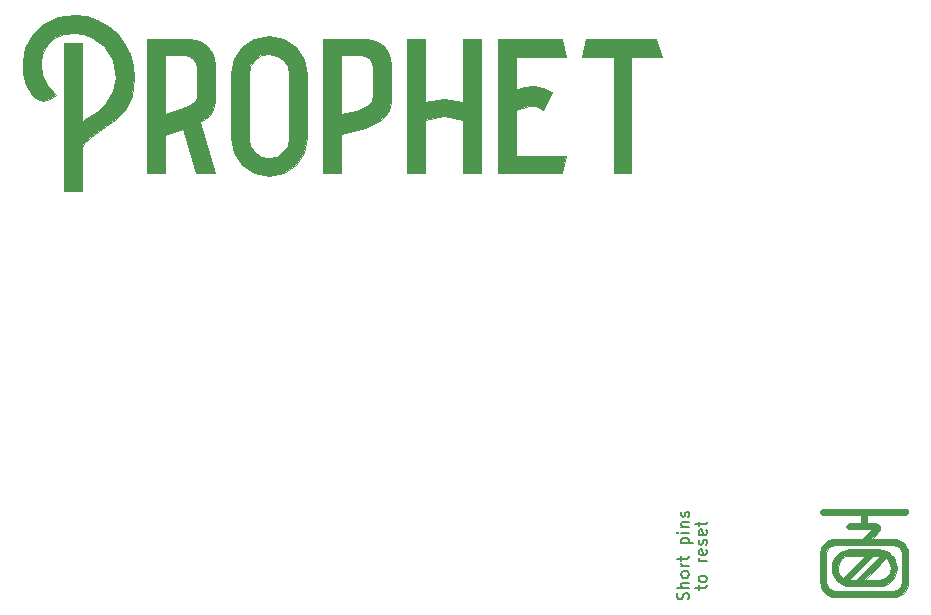
<source format=gbr>
G04 #@! TF.GenerationSoftware,KiCad,Pcbnew,(5.1.5)-3*
G04 #@! TF.CreationDate,2020-05-05T12:01:42+01:00*
G04 #@! TF.ProjectId,prophet,70726f70-6865-4742-9e6b-696361645f70,rev?*
G04 #@! TF.SameCoordinates,Original*
G04 #@! TF.FileFunction,Legend,Top*
G04 #@! TF.FilePolarity,Positive*
%FSLAX46Y46*%
G04 Gerber Fmt 4.6, Leading zero omitted, Abs format (unit mm)*
G04 Created by KiCad (PCBNEW (5.1.5)-3) date 2020-05-05 12:01:42*
%MOMM*%
%LPD*%
G04 APERTURE LIST*
%ADD10C,0.100000*%
%ADD11C,0.070004*%
%ADD12C,0.150000*%
G04 APERTURE END LIST*
D10*
G36*
X262576072Y-177119440D02*
G01*
X257612647Y-177639641D01*
X262576072Y-177639641D01*
X262856203Y-177696227D01*
X263085245Y-177850627D01*
X263240129Y-178079793D01*
X263297787Y-178360679D01*
X263297787Y-180797062D01*
X263240208Y-181078434D01*
X263085448Y-181308284D01*
X262856429Y-181463605D01*
X262576072Y-181521392D01*
X257612647Y-181521392D01*
X257332776Y-181463526D01*
X257104437Y-181308080D01*
X256950595Y-181078208D01*
X256894213Y-180797062D01*
X256894213Y-178360679D01*
X256951534Y-178080588D01*
X257105591Y-177851785D01*
X257333568Y-177697169D01*
X257612647Y-177639641D01*
X262576072Y-177119440D01*
X260732421Y-177119440D01*
X261336036Y-176497174D01*
X261442236Y-176288790D01*
X261418049Y-176055991D01*
X261269675Y-175876615D01*
X261047351Y-175809061D01*
X260355161Y-175809061D01*
X260355161Y-175094608D01*
X263556948Y-175094608D01*
X263686528Y-175059761D01*
X263781388Y-174964557D01*
X263816109Y-174834507D01*
X263781388Y-174704457D01*
X263686528Y-174609254D01*
X263556948Y-174574407D01*
X256635052Y-174574407D01*
X256451798Y-174650588D01*
X256375891Y-174834507D01*
X256451798Y-175018426D01*
X256635052Y-175094608D01*
X259836839Y-175094608D01*
X259836839Y-175809061D01*
X258826439Y-175809061D01*
X258696859Y-175843908D01*
X258601999Y-175939111D01*
X258567278Y-176069161D01*
X258601999Y-176199211D01*
X258696859Y-176294415D01*
X258826439Y-176329262D01*
X260775068Y-176329262D01*
X260007426Y-177119440D01*
X257612647Y-177119440D01*
X257363398Y-177144658D01*
X257131246Y-177216983D01*
X256738129Y-177482990D01*
X256473082Y-177877533D01*
X256401018Y-178110526D01*
X256375891Y-178360679D01*
X256375891Y-180797062D01*
X256400995Y-181047436D01*
X256473006Y-181280693D01*
X256737929Y-181675917D01*
X257131022Y-181942846D01*
X257363245Y-182015735D01*
X257612647Y-182041593D01*
X262576072Y-182041593D01*
X262825694Y-182015758D01*
X263058182Y-181942922D01*
X263451954Y-181676118D01*
X263717795Y-181280918D01*
X263790367Y-181047588D01*
X263816109Y-180797062D01*
X263816109Y-178360679D01*
X263790344Y-178110373D01*
X263717718Y-177877308D01*
X263451753Y-177482790D01*
X263057956Y-177216907D01*
X262825542Y-177144635D01*
X262576072Y-177119440D01*
G37*
X262576072Y-177119440D02*
X257612647Y-177639641D01*
X262576072Y-177639641D01*
X262856203Y-177696227D01*
X263085245Y-177850627D01*
X263240129Y-178079793D01*
X263297787Y-178360679D01*
X263297787Y-180797062D01*
X263240208Y-181078434D01*
X263085448Y-181308284D01*
X262856429Y-181463605D01*
X262576072Y-181521392D01*
X257612647Y-181521392D01*
X257332776Y-181463526D01*
X257104437Y-181308080D01*
X256950595Y-181078208D01*
X256894213Y-180797062D01*
X256894213Y-178360679D01*
X256951534Y-178080588D01*
X257105591Y-177851785D01*
X257333568Y-177697169D01*
X257612647Y-177639641D01*
X262576072Y-177119440D01*
X260732421Y-177119440D01*
X261336036Y-176497174D01*
X261442236Y-176288790D01*
X261418049Y-176055991D01*
X261269675Y-175876615D01*
X261047351Y-175809061D01*
X260355161Y-175809061D01*
X260355161Y-175094608D01*
X263556948Y-175094608D01*
X263686528Y-175059761D01*
X263781388Y-174964557D01*
X263816109Y-174834507D01*
X263781388Y-174704457D01*
X263686528Y-174609254D01*
X263556948Y-174574407D01*
X256635052Y-174574407D01*
X256451798Y-174650588D01*
X256375891Y-174834507D01*
X256451798Y-175018426D01*
X256635052Y-175094608D01*
X259836839Y-175094608D01*
X259836839Y-175809061D01*
X258826439Y-175809061D01*
X258696859Y-175843908D01*
X258601999Y-175939111D01*
X258567278Y-176069161D01*
X258601999Y-176199211D01*
X258696859Y-176294415D01*
X258826439Y-176329262D01*
X260775068Y-176329262D01*
X260007426Y-177119440D01*
X257612647Y-177119440D01*
X257363398Y-177144658D01*
X257131246Y-177216983D01*
X256738129Y-177482990D01*
X256473082Y-177877533D01*
X256401018Y-178110526D01*
X256375891Y-178360679D01*
X256375891Y-180797062D01*
X256400995Y-181047436D01*
X256473006Y-181280693D01*
X256737929Y-181675917D01*
X257131022Y-181942846D01*
X257363245Y-182015735D01*
X257612647Y-182041593D01*
X262576072Y-182041593D01*
X262825694Y-182015758D01*
X263058182Y-181942922D01*
X263451954Y-181676118D01*
X263717795Y-181280918D01*
X263790367Y-181047588D01*
X263816109Y-180797062D01*
X263816109Y-178360679D01*
X263790344Y-178110373D01*
X263717718Y-177877308D01*
X263451753Y-177482790D01*
X263057956Y-177216907D01*
X262825542Y-177144635D01*
X262576072Y-177119440D01*
G36*
X261316353Y-178018268D02*
G01*
X258479316Y-178621892D01*
X258875647Y-178541761D01*
X260135366Y-178541761D01*
X258298276Y-180438189D01*
X258112909Y-180274058D01*
X257973959Y-180073071D01*
X257886450Y-179844752D01*
X257855405Y-179598625D01*
X257855405Y-179562408D01*
X257936524Y-179164901D01*
X258155385Y-178840501D01*
X258479316Y-178621892D01*
X261316353Y-178018268D01*
X258839561Y-180615980D01*
X260853800Y-178541761D01*
X261309792Y-178541761D01*
X261434452Y-178541761D01*
X259436616Y-180619272D01*
X258846122Y-180619272D01*
X258839562Y-180615980D01*
X258839561Y-180615980D01*
X261316353Y-178018268D01*
X261952775Y-178772230D01*
X262113024Y-178933490D01*
X262232310Y-179124018D01*
X262306963Y-179336197D01*
X262333315Y-179562408D01*
X262326755Y-179598625D01*
X262326754Y-179598625D01*
X262249342Y-179989210D01*
X262028893Y-180320332D01*
X261698967Y-180541580D01*
X261309793Y-180619272D01*
X260161611Y-180619272D01*
X261952775Y-178772230D01*
X261316353Y-178018268D01*
X258875647Y-178018268D01*
X258565862Y-178050190D01*
X258277338Y-178140484D01*
X258016226Y-178282977D01*
X257788676Y-178471497D01*
X257600836Y-178699872D01*
X257458858Y-178961931D01*
X257368890Y-179251500D01*
X257337083Y-179562408D01*
X257337083Y-179598625D01*
X257368913Y-179909313D01*
X257458934Y-180198617D01*
X257600978Y-180460362D01*
X257788876Y-180688369D01*
X258016461Y-180876461D01*
X258277563Y-181018461D01*
X258566014Y-181108191D01*
X258875647Y-181139472D01*
X261316353Y-181139472D01*
X261625477Y-181107618D01*
X261913385Y-181017516D01*
X262173939Y-180875327D01*
X262401005Y-180687208D01*
X262588444Y-180459320D01*
X262730119Y-180197821D01*
X262819896Y-179908870D01*
X262851636Y-179598625D01*
X262851636Y-179562408D01*
X262820467Y-179251653D01*
X262731061Y-178962156D01*
X262589574Y-178700108D01*
X262402162Y-178471699D01*
X262174978Y-178283119D01*
X261914179Y-178140561D01*
X261625919Y-178050213D01*
X261316353Y-178018268D01*
G37*
X261316353Y-178018268D02*
X258479316Y-178621892D01*
X258875647Y-178541761D01*
X260135366Y-178541761D01*
X258298276Y-180438189D01*
X258112909Y-180274058D01*
X257973959Y-180073071D01*
X257886450Y-179844752D01*
X257855405Y-179598625D01*
X257855405Y-179562408D01*
X257936524Y-179164901D01*
X258155385Y-178840501D01*
X258479316Y-178621892D01*
X261316353Y-178018268D01*
X258839561Y-180615980D01*
X260853800Y-178541761D01*
X261309792Y-178541761D01*
X261434452Y-178541761D01*
X259436616Y-180619272D01*
X258846122Y-180619272D01*
X258839562Y-180615980D01*
X258839561Y-180615980D01*
X261316353Y-178018268D01*
X261952775Y-178772230D01*
X262113024Y-178933490D01*
X262232310Y-179124018D01*
X262306963Y-179336197D01*
X262333315Y-179562408D01*
X262326755Y-179598625D01*
X262326754Y-179598625D01*
X262249342Y-179989210D01*
X262028893Y-180320332D01*
X261698967Y-180541580D01*
X261309793Y-180619272D01*
X260161611Y-180619272D01*
X261952775Y-178772230D01*
X261316353Y-178018268D01*
X258875647Y-178018268D01*
X258565862Y-178050190D01*
X258277338Y-178140484D01*
X258016226Y-178282977D01*
X257788676Y-178471497D01*
X257600836Y-178699872D01*
X257458858Y-178961931D01*
X257368890Y-179251500D01*
X257337083Y-179562408D01*
X257337083Y-179598625D01*
X257368913Y-179909313D01*
X257458934Y-180198617D01*
X257600978Y-180460362D01*
X257788876Y-180688369D01*
X258016461Y-180876461D01*
X258277563Y-181018461D01*
X258566014Y-181108191D01*
X258875647Y-181139472D01*
X261316353Y-181139472D01*
X261625477Y-181107618D01*
X261913385Y-181017516D01*
X262173939Y-180875327D01*
X262401005Y-180687208D01*
X262588444Y-180459320D01*
X262730119Y-180197821D01*
X262819896Y-179908870D01*
X262851636Y-179598625D01*
X262851636Y-179562408D01*
X262820467Y-179251653D01*
X262731061Y-178962156D01*
X262589574Y-178700108D01*
X262402162Y-178471699D01*
X262174978Y-178283119D01*
X261914179Y-178140561D01*
X261625919Y-178050213D01*
X261316353Y-178018268D01*
D11*
G36*
X242959092Y-136345775D02*
G01*
X240390869Y-136345775D01*
X240390869Y-146184045D01*
X238889447Y-146184045D01*
X238889447Y-136345775D01*
X236242202Y-136345775D01*
X236578047Y-134824595D01*
X242504714Y-134824595D01*
X242959092Y-136345775D01*
G37*
X242959092Y-136345775D02*
X240390869Y-136345775D01*
X240390869Y-146184045D01*
X238889447Y-146184045D01*
X238889447Y-136345775D01*
X236242202Y-136345775D01*
X236578047Y-134824595D01*
X242504714Y-134824595D01*
X242959092Y-136345775D01*
G36*
X230586558Y-136345775D02*
G01*
X230586558Y-139131315D01*
X231297758Y-138854735D01*
X232127491Y-138795435D01*
X232937469Y-138933725D01*
X233648669Y-139269565D01*
X232937469Y-140830255D01*
X232320108Y-140509233D01*
X231692869Y-140454905D01*
X230586558Y-140790745D01*
X230586558Y-144682595D01*
X234853758Y-144682595D01*
X234517913Y-146184015D01*
X229065380Y-146184015D01*
X229065380Y-146164215D01*
X229065380Y-134844285D01*
X234517913Y-134844285D01*
X234853758Y-136345705D01*
X230586558Y-136345775D01*
G37*
X230586558Y-136345775D02*
X230586558Y-139131315D01*
X231297758Y-138854735D01*
X232127491Y-138795435D01*
X232937469Y-138933725D01*
X233648669Y-139269565D01*
X232937469Y-140830255D01*
X232320108Y-140509233D01*
X231692869Y-140454905D01*
X230586558Y-140790745D01*
X230586558Y-144682595D01*
X234853758Y-144682595D01*
X234517913Y-146184015D01*
X229065380Y-146184015D01*
X229065380Y-146164215D01*
X229065380Y-134844285D01*
X234517913Y-134844285D01*
X234853758Y-136345705D01*
X230586558Y-136345775D01*
G36*
X227668293Y-134804845D02*
G01*
X227668293Y-146184045D01*
X226147115Y-146184045D01*
X226147115Y-141640265D01*
X224527160Y-141363690D01*
X222946715Y-141640265D01*
X222946715Y-146184045D01*
X221425537Y-146184045D01*
X221425537Y-134804845D01*
X222946715Y-134804845D01*
X222946715Y-140119085D01*
X224507404Y-139901775D01*
X226147115Y-140119085D01*
X226147115Y-134804845D01*
X227668293Y-134804845D01*
G37*
X227668293Y-134804845D02*
X227668293Y-146184045D01*
X226147115Y-146184045D01*
X226147115Y-141640265D01*
X224527160Y-141363690D01*
X222946715Y-141640265D01*
X222946715Y-146184045D01*
X221425537Y-146184045D01*
X221425537Y-134804845D01*
X222946715Y-134804845D01*
X222946715Y-140119085D01*
X224507404Y-139901775D01*
X226147115Y-140119085D01*
X226147115Y-134804845D01*
X227668293Y-134804845D01*
G36*
X217961831Y-134824595D02*
G01*
X218455720Y-136800157D01*
X218218654Y-136464315D01*
X217867993Y-136227247D01*
X217448187Y-136148225D01*
X215808476Y-136148225D01*
X215808476Y-141185885D01*
X217171609Y-140869795D01*
X218001342Y-140514195D01*
X218416209Y-140099335D01*
X218534742Y-139664715D01*
X218534742Y-137215025D01*
X218455720Y-136800157D01*
X217961831Y-134824595D01*
X218771809Y-135002395D01*
X219423742Y-135437025D01*
X219878120Y-136108715D01*
X220055920Y-136918685D01*
X220055920Y-140158595D01*
X219858365Y-140909315D01*
X219166920Y-141640265D01*
X217863054Y-142311955D01*
X215808476Y-142825595D01*
X215808476Y-146184045D01*
X214287298Y-146184045D01*
X214287298Y-134824595D01*
X217961831Y-134824595D01*
G37*
X217961831Y-134824595D02*
X218455720Y-136800157D01*
X218218654Y-136464315D01*
X217867993Y-136227247D01*
X217448187Y-136148225D01*
X215808476Y-136148225D01*
X215808476Y-141185885D01*
X217171609Y-140869795D01*
X218001342Y-140514195D01*
X218416209Y-140099335D01*
X218534742Y-139664715D01*
X218534742Y-137215025D01*
X218455720Y-136800157D01*
X217961831Y-134824595D01*
X218771809Y-135002395D01*
X219423742Y-135437025D01*
X219878120Y-136108715D01*
X220055920Y-136918685D01*
X220055920Y-140158595D01*
X219858365Y-140909315D01*
X219166920Y-141640265D01*
X217863054Y-142311955D01*
X215808476Y-142825595D01*
X215808476Y-146184045D01*
X214287298Y-146184045D01*
X214287298Y-134824595D01*
X217961831Y-134824595D01*
G36*
X209713270Y-146401355D02*
G01*
X208132825Y-143872645D01*
X208508181Y-144406045D01*
X209041581Y-144761645D01*
X209713270Y-144899935D01*
X210365203Y-144761645D01*
X210898603Y-144406045D01*
X211273959Y-143872645D01*
X211412248Y-143200955D01*
X211412248Y-137768175D01*
X211273959Y-137116245D01*
X210898603Y-136563085D01*
X210365203Y-136207485D01*
X209713270Y-136069195D01*
X209056398Y-136192667D01*
X208508181Y-136563085D01*
X208137765Y-137111302D01*
X208014292Y-137768175D01*
X208014292Y-143200955D01*
X208132825Y-143872645D01*
X209713270Y-146401355D01*
X208448914Y-146144535D01*
X207441381Y-145453085D01*
X206749936Y-144445555D01*
X206493114Y-143200955D01*
X206493114Y-137768175D01*
X206749936Y-136523575D01*
X207441381Y-135496285D01*
X208448914Y-134804845D01*
X209713270Y-134548025D01*
X210938114Y-134804845D01*
X211965403Y-135496285D01*
X212656848Y-136523575D01*
X212913670Y-137768175D01*
X212913670Y-143200955D01*
X212656848Y-144445555D01*
X211965403Y-145453085D01*
X210938114Y-146144535D01*
X209713270Y-146401355D01*
G37*
X209713270Y-146401355D02*
X208132825Y-143872645D01*
X208508181Y-144406045D01*
X209041581Y-144761645D01*
X209713270Y-144899935D01*
X210365203Y-144761645D01*
X210898603Y-144406045D01*
X211273959Y-143872645D01*
X211412248Y-143200955D01*
X211412248Y-137768175D01*
X211273959Y-137116245D01*
X210898603Y-136563085D01*
X210365203Y-136207485D01*
X209713270Y-136069195D01*
X209056398Y-136192667D01*
X208508181Y-136563085D01*
X208137765Y-137111302D01*
X208014292Y-137768175D01*
X208014292Y-143200955D01*
X208132825Y-143872645D01*
X209713270Y-146401355D01*
X208448914Y-146144535D01*
X207441381Y-145453085D01*
X206749936Y-144445555D01*
X206493114Y-143200955D01*
X206493114Y-137768175D01*
X206749936Y-136523575D01*
X207441381Y-135496285D01*
X208448914Y-134804845D01*
X209713270Y-134548025D01*
X210938114Y-134804845D01*
X211965403Y-135496285D01*
X212656848Y-136523575D01*
X212913670Y-137768175D01*
X212913670Y-143200955D01*
X212656848Y-144445555D01*
X211965403Y-145453085D01*
X210938114Y-146144535D01*
X209713270Y-146401355D01*
G36*
X203029409Y-134824595D02*
G01*
X203523300Y-136800155D01*
X203286233Y-136464315D01*
X202935572Y-136227245D01*
X202515766Y-136148245D01*
X200876055Y-136148245D01*
X200876055Y-141185905D01*
X202219433Y-140771045D01*
X203049166Y-140435195D01*
X203483788Y-140099355D01*
X203602322Y-139743755D01*
X203602322Y-139030795D01*
X203602322Y-137215045D01*
X203602320Y-137215025D01*
X203523300Y-136800155D01*
X203029409Y-134824595D01*
X203839386Y-135002395D01*
X204491320Y-135437025D01*
X204945698Y-136108715D01*
X205123498Y-136918685D01*
X205123498Y-140158595D01*
X205004964Y-140751265D01*
X204728386Y-141225395D01*
X204313520Y-141580995D01*
X203859142Y-141877335D01*
X205123498Y-146184045D01*
X203543053Y-146184045D01*
X202397231Y-142430485D01*
X201666275Y-142667555D01*
X200876053Y-142904625D01*
X200876053Y-146184045D01*
X199354875Y-146184045D01*
X199354875Y-134824595D01*
X203029409Y-134824595D01*
G37*
X203029409Y-134824595D02*
X203523300Y-136800155D01*
X203286233Y-136464315D01*
X202935572Y-136227245D01*
X202515766Y-136148245D01*
X200876055Y-136148245D01*
X200876055Y-141185905D01*
X202219433Y-140771045D01*
X203049166Y-140435195D01*
X203483788Y-140099355D01*
X203602322Y-139743755D01*
X203602322Y-139030795D01*
X203602322Y-137215045D01*
X203602320Y-137215025D01*
X203523300Y-136800155D01*
X203029409Y-134824595D01*
X203839386Y-135002395D01*
X204491320Y-135437025D01*
X204945698Y-136108715D01*
X205123498Y-136918685D01*
X205123498Y-140158595D01*
X205004964Y-140751265D01*
X204728386Y-141225395D01*
X204313520Y-141580995D01*
X203859142Y-141877335D01*
X205123498Y-146184045D01*
X203543053Y-146184045D01*
X202397231Y-142430485D01*
X201666275Y-142667555D01*
X200876053Y-142904625D01*
X200876053Y-146184045D01*
X199354875Y-146184045D01*
X199354875Y-134824595D01*
X203029409Y-134824595D01*
G36*
X196802397Y-134330715D02*
G01*
X197444452Y-135135752D01*
X197908708Y-136049445D01*
X198205041Y-137042160D01*
X198303819Y-138084265D01*
X198066752Y-139664715D01*
X197493841Y-140790775D01*
X196723374Y-141600755D01*
X195913396Y-142213175D01*
X195320730Y-142608285D01*
X194629285Y-143102175D01*
X194076130Y-143596065D01*
X193839063Y-144030685D01*
X193839063Y-147645955D01*
X192317885Y-147645955D01*
X192317885Y-135713595D01*
X192317885Y-135180195D01*
X193839063Y-135180195D01*
X193839063Y-135674085D01*
X193839063Y-141837825D01*
X194036619Y-141679775D01*
X194273685Y-141521735D01*
X195103419Y-140968575D01*
X195913396Y-140198115D01*
X196525819Y-139249845D01*
X196782641Y-138084265D01*
X196506063Y-136622355D01*
X195755352Y-135417265D01*
X194649041Y-134607285D01*
X193997108Y-134370217D01*
X193305663Y-134291195D01*
X192322824Y-134409730D01*
X191507907Y-134765335D01*
X190905363Y-135318490D01*
X190520130Y-136069195D01*
X190381841Y-136918685D01*
X190480619Y-137827445D01*
X190915241Y-138736195D01*
X191685708Y-139526425D01*
X191152308Y-139921535D01*
X190599152Y-140020335D01*
X190065752Y-139882045D01*
X189650885Y-139565955D01*
X189102669Y-138681890D01*
X188840908Y-137689175D01*
X188850785Y-136642132D01*
X189077974Y-135595085D01*
X189695335Y-134414692D01*
X190638663Y-133520755D01*
X191858569Y-132957722D01*
X193305663Y-132770045D01*
X194258869Y-132873760D01*
X195182441Y-133184905D01*
X196051686Y-133668917D01*
X196802397Y-134330735D01*
X196802397Y-134330715D01*
G37*
X196802397Y-134330715D02*
X197444452Y-135135752D01*
X197908708Y-136049445D01*
X198205041Y-137042160D01*
X198303819Y-138084265D01*
X198066752Y-139664715D01*
X197493841Y-140790775D01*
X196723374Y-141600755D01*
X195913396Y-142213175D01*
X195320730Y-142608285D01*
X194629285Y-143102175D01*
X194076130Y-143596065D01*
X193839063Y-144030685D01*
X193839063Y-147645955D01*
X192317885Y-147645955D01*
X192317885Y-135713595D01*
X192317885Y-135180195D01*
X193839063Y-135180195D01*
X193839063Y-135674085D01*
X193839063Y-141837825D01*
X194036619Y-141679775D01*
X194273685Y-141521735D01*
X195103419Y-140968575D01*
X195913396Y-140198115D01*
X196525819Y-139249845D01*
X196782641Y-138084265D01*
X196506063Y-136622355D01*
X195755352Y-135417265D01*
X194649041Y-134607285D01*
X193997108Y-134370217D01*
X193305663Y-134291195D01*
X192322824Y-134409730D01*
X191507907Y-134765335D01*
X190905363Y-135318490D01*
X190520130Y-136069195D01*
X190381841Y-136918685D01*
X190480619Y-137827445D01*
X190915241Y-138736195D01*
X191685708Y-139526425D01*
X191152308Y-139921535D01*
X190599152Y-140020335D01*
X190065752Y-139882045D01*
X189650885Y-139565955D01*
X189102669Y-138681890D01*
X188840908Y-137689175D01*
X188850785Y-136642132D01*
X189077974Y-135595085D01*
X189695335Y-134414692D01*
X190638663Y-133520755D01*
X191858569Y-132957722D01*
X193305663Y-132770045D01*
X194258869Y-132873760D01*
X195182441Y-133184905D01*
X196051686Y-133668917D01*
X196802397Y-134330735D01*
X196802397Y-134330715D01*
D12*
X246101714Y-181426952D02*
X246101714Y-181046000D01*
X245768380Y-181284095D02*
X246625523Y-181284095D01*
X246720761Y-181236476D01*
X246768380Y-181141238D01*
X246768380Y-181046000D01*
X246768380Y-180569809D02*
X246720761Y-180665047D01*
X246673142Y-180712666D01*
X246577904Y-180760285D01*
X246292190Y-180760285D01*
X246196952Y-180712666D01*
X246149333Y-180665047D01*
X246101714Y-180569809D01*
X246101714Y-180426952D01*
X246149333Y-180331714D01*
X246196952Y-180284095D01*
X246292190Y-180236476D01*
X246577904Y-180236476D01*
X246673142Y-180284095D01*
X246720761Y-180331714D01*
X246768380Y-180426952D01*
X246768380Y-180569809D01*
X246768380Y-179046000D02*
X246101714Y-179046000D01*
X246292190Y-179046000D02*
X246196952Y-178998380D01*
X246149333Y-178950761D01*
X246101714Y-178855523D01*
X246101714Y-178760285D01*
X246720761Y-178046000D02*
X246768380Y-178141238D01*
X246768380Y-178331714D01*
X246720761Y-178426952D01*
X246625523Y-178474571D01*
X246244571Y-178474571D01*
X246149333Y-178426952D01*
X246101714Y-178331714D01*
X246101714Y-178141238D01*
X246149333Y-178046000D01*
X246244571Y-177998380D01*
X246339809Y-177998380D01*
X246435047Y-178474571D01*
X246720761Y-177617428D02*
X246768380Y-177522190D01*
X246768380Y-177331714D01*
X246720761Y-177236476D01*
X246625523Y-177188857D01*
X246577904Y-177188857D01*
X246482666Y-177236476D01*
X246435047Y-177331714D01*
X246435047Y-177474571D01*
X246387428Y-177569809D01*
X246292190Y-177617428D01*
X246244571Y-177617428D01*
X246149333Y-177569809D01*
X246101714Y-177474571D01*
X246101714Y-177331714D01*
X246149333Y-177236476D01*
X246720761Y-176379333D02*
X246768380Y-176474571D01*
X246768380Y-176665047D01*
X246720761Y-176760285D01*
X246625523Y-176807904D01*
X246244571Y-176807904D01*
X246149333Y-176760285D01*
X246101714Y-176665047D01*
X246101714Y-176474571D01*
X246149333Y-176379333D01*
X246244571Y-176331714D01*
X246339809Y-176331714D01*
X246435047Y-176807904D01*
X246101714Y-176046000D02*
X246101714Y-175665047D01*
X245768380Y-175903142D02*
X246625523Y-175903142D01*
X246720761Y-175855523D01*
X246768380Y-175760285D01*
X246768380Y-175665047D01*
X245220761Y-182260285D02*
X245268380Y-182117428D01*
X245268380Y-181879333D01*
X245220761Y-181784095D01*
X245173142Y-181736476D01*
X245077904Y-181688857D01*
X244982666Y-181688857D01*
X244887428Y-181736476D01*
X244839809Y-181784095D01*
X244792190Y-181879333D01*
X244744571Y-182069809D01*
X244696952Y-182165047D01*
X244649333Y-182212666D01*
X244554095Y-182260285D01*
X244458857Y-182260285D01*
X244363619Y-182212666D01*
X244316000Y-182165047D01*
X244268380Y-182069809D01*
X244268380Y-181831714D01*
X244316000Y-181688857D01*
X245268380Y-181260285D02*
X244268380Y-181260285D01*
X245268380Y-180831714D02*
X244744571Y-180831714D01*
X244649333Y-180879333D01*
X244601714Y-180974571D01*
X244601714Y-181117428D01*
X244649333Y-181212666D01*
X244696952Y-181260285D01*
X245268380Y-180212666D02*
X245220761Y-180307904D01*
X245173142Y-180355523D01*
X245077904Y-180403142D01*
X244792190Y-180403142D01*
X244696952Y-180355523D01*
X244649333Y-180307904D01*
X244601714Y-180212666D01*
X244601714Y-180069809D01*
X244649333Y-179974571D01*
X244696952Y-179926952D01*
X244792190Y-179879333D01*
X245077904Y-179879333D01*
X245173142Y-179926952D01*
X245220761Y-179974571D01*
X245268380Y-180069809D01*
X245268380Y-180212666D01*
X245268380Y-179450761D02*
X244601714Y-179450761D01*
X244792190Y-179450761D02*
X244696952Y-179403142D01*
X244649333Y-179355523D01*
X244601714Y-179260285D01*
X244601714Y-179165047D01*
X244601714Y-178974571D02*
X244601714Y-178593619D01*
X244268380Y-178831714D02*
X245125523Y-178831714D01*
X245220761Y-178784095D01*
X245268380Y-178688857D01*
X245268380Y-178593619D01*
X244601714Y-177498380D02*
X245601714Y-177498380D01*
X244649333Y-177498380D02*
X244601714Y-177403142D01*
X244601714Y-177212666D01*
X244649333Y-177117428D01*
X244696952Y-177069809D01*
X244792190Y-177022190D01*
X245077904Y-177022190D01*
X245173142Y-177069809D01*
X245220761Y-177117428D01*
X245268380Y-177212666D01*
X245268380Y-177403142D01*
X245220761Y-177498380D01*
X245268380Y-176593619D02*
X244601714Y-176593619D01*
X244268380Y-176593619D02*
X244316000Y-176641238D01*
X244363619Y-176593619D01*
X244316000Y-176546000D01*
X244268380Y-176593619D01*
X244363619Y-176593619D01*
X244601714Y-176117428D02*
X245268380Y-176117428D01*
X244696952Y-176117428D02*
X244649333Y-176069809D01*
X244601714Y-175974571D01*
X244601714Y-175831714D01*
X244649333Y-175736476D01*
X244744571Y-175688857D01*
X245268380Y-175688857D01*
X245220761Y-175260285D02*
X245268380Y-175165047D01*
X245268380Y-174974571D01*
X245220761Y-174879333D01*
X245125523Y-174831714D01*
X245077904Y-174831714D01*
X244982666Y-174879333D01*
X244935047Y-174974571D01*
X244935047Y-175117428D01*
X244887428Y-175212666D01*
X244792190Y-175260285D01*
X244744571Y-175260285D01*
X244649333Y-175212666D01*
X244601714Y-175117428D01*
X244601714Y-174974571D01*
X244649333Y-174879333D01*
M02*

</source>
